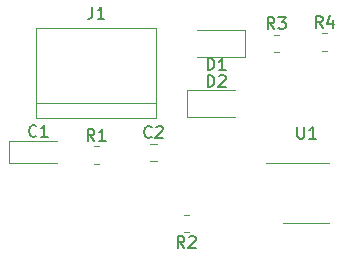
<source format=gbr>
%TF.GenerationSoftware,KiCad,Pcbnew,(6.0.10)*%
%TF.CreationDate,2023-02-17T12:11:39-08:00*%
%TF.ProjectId,exercise2,65786572-6369-4736-9532-2e6b69636164,rev?*%
%TF.SameCoordinates,Original*%
%TF.FileFunction,Legend,Top*%
%TF.FilePolarity,Positive*%
%FSLAX46Y46*%
G04 Gerber Fmt 4.6, Leading zero omitted, Abs format (unit mm)*
G04 Created by KiCad (PCBNEW (6.0.10)) date 2023-02-17 12:11:39*
%MOMM*%
%LPD*%
G01*
G04 APERTURE LIST*
%ADD10C,0.150000*%
%ADD11C,0.120000*%
G04 APERTURE END LIST*
D10*
%TO.C,R2*%
X142073333Y-108782380D02*
X141740000Y-108306190D01*
X141501904Y-108782380D02*
X141501904Y-107782380D01*
X141882857Y-107782380D01*
X141978095Y-107830000D01*
X142025714Y-107877619D01*
X142073333Y-107972857D01*
X142073333Y-108115714D01*
X142025714Y-108210952D01*
X141978095Y-108258571D01*
X141882857Y-108306190D01*
X141501904Y-108306190D01*
X142454285Y-107877619D02*
X142501904Y-107830000D01*
X142597142Y-107782380D01*
X142835238Y-107782380D01*
X142930476Y-107830000D01*
X142978095Y-107877619D01*
X143025714Y-107972857D01*
X143025714Y-108068095D01*
X142978095Y-108210952D01*
X142406666Y-108782380D01*
X143025714Y-108782380D01*
%TO.C,U1*%
X151638095Y-98512380D02*
X151638095Y-99321904D01*
X151685714Y-99417142D01*
X151733333Y-99464761D01*
X151828571Y-99512380D01*
X152019047Y-99512380D01*
X152114285Y-99464761D01*
X152161904Y-99417142D01*
X152209523Y-99321904D01*
X152209523Y-98512380D01*
X153209523Y-99512380D02*
X152638095Y-99512380D01*
X152923809Y-99512380D02*
X152923809Y-98512380D01*
X152828571Y-98655238D01*
X152733333Y-98750476D01*
X152638095Y-98798095D01*
%TO.C,D1*%
X144041904Y-93712380D02*
X144041904Y-92712380D01*
X144280000Y-92712380D01*
X144422857Y-92760000D01*
X144518095Y-92855238D01*
X144565714Y-92950476D01*
X144613333Y-93140952D01*
X144613333Y-93283809D01*
X144565714Y-93474285D01*
X144518095Y-93569523D01*
X144422857Y-93664761D01*
X144280000Y-93712380D01*
X144041904Y-93712380D01*
X145565714Y-93712380D02*
X144994285Y-93712380D01*
X145280000Y-93712380D02*
X145280000Y-92712380D01*
X145184761Y-92855238D01*
X145089523Y-92950476D01*
X144994285Y-92998095D01*
%TO.C,C1*%
X129530833Y-99277142D02*
X129483214Y-99324761D01*
X129340357Y-99372380D01*
X129245119Y-99372380D01*
X129102261Y-99324761D01*
X129007023Y-99229523D01*
X128959404Y-99134285D01*
X128911785Y-98943809D01*
X128911785Y-98800952D01*
X128959404Y-98610476D01*
X129007023Y-98515238D01*
X129102261Y-98420000D01*
X129245119Y-98372380D01*
X129340357Y-98372380D01*
X129483214Y-98420000D01*
X129530833Y-98467619D01*
X130483214Y-99372380D02*
X129911785Y-99372380D01*
X130197500Y-99372380D02*
X130197500Y-98372380D01*
X130102261Y-98515238D01*
X130007023Y-98610476D01*
X129911785Y-98658095D01*
%TO.C,R1*%
X134453333Y-99707380D02*
X134120000Y-99231190D01*
X133881904Y-99707380D02*
X133881904Y-98707380D01*
X134262857Y-98707380D01*
X134358095Y-98755000D01*
X134405714Y-98802619D01*
X134453333Y-98897857D01*
X134453333Y-99040714D01*
X134405714Y-99135952D01*
X134358095Y-99183571D01*
X134262857Y-99231190D01*
X133881904Y-99231190D01*
X135405714Y-99707380D02*
X134834285Y-99707380D01*
X135120000Y-99707380D02*
X135120000Y-98707380D01*
X135024761Y-98850238D01*
X134929523Y-98945476D01*
X134834285Y-98993095D01*
%TO.C,C2*%
X139289577Y-99357142D02*
X139241958Y-99404761D01*
X139099101Y-99452380D01*
X139003863Y-99452380D01*
X138861005Y-99404761D01*
X138765767Y-99309523D01*
X138718148Y-99214285D01*
X138670529Y-99023809D01*
X138670529Y-98880952D01*
X138718148Y-98690476D01*
X138765767Y-98595238D01*
X138861005Y-98500000D01*
X139003863Y-98452380D01*
X139099101Y-98452380D01*
X139241958Y-98500000D01*
X139289577Y-98547619D01*
X139670529Y-98547619D02*
X139718148Y-98500000D01*
X139813386Y-98452380D01*
X140051482Y-98452380D01*
X140146720Y-98500000D01*
X140194339Y-98547619D01*
X140241958Y-98642857D01*
X140241958Y-98738095D01*
X140194339Y-98880952D01*
X139622910Y-99452380D01*
X140241958Y-99452380D01*
%TO.C,R3*%
X149693333Y-90242380D02*
X149360000Y-89766190D01*
X149121904Y-90242380D02*
X149121904Y-89242380D01*
X149502857Y-89242380D01*
X149598095Y-89290000D01*
X149645714Y-89337619D01*
X149693333Y-89432857D01*
X149693333Y-89575714D01*
X149645714Y-89670952D01*
X149598095Y-89718571D01*
X149502857Y-89766190D01*
X149121904Y-89766190D01*
X150026666Y-89242380D02*
X150645714Y-89242380D01*
X150312380Y-89623333D01*
X150455238Y-89623333D01*
X150550476Y-89670952D01*
X150598095Y-89718571D01*
X150645714Y-89813809D01*
X150645714Y-90051904D01*
X150598095Y-90147142D01*
X150550476Y-90194761D01*
X150455238Y-90242380D01*
X150169523Y-90242380D01*
X150074285Y-90194761D01*
X150026666Y-90147142D01*
%TO.C,D2*%
X144041904Y-95152380D02*
X144041904Y-94152380D01*
X144280000Y-94152380D01*
X144422857Y-94200000D01*
X144518095Y-94295238D01*
X144565714Y-94390476D01*
X144613333Y-94580952D01*
X144613333Y-94723809D01*
X144565714Y-94914285D01*
X144518095Y-95009523D01*
X144422857Y-95104761D01*
X144280000Y-95152380D01*
X144041904Y-95152380D01*
X144994285Y-94247619D02*
X145041904Y-94200000D01*
X145137142Y-94152380D01*
X145375238Y-94152380D01*
X145470476Y-94200000D01*
X145518095Y-94247619D01*
X145565714Y-94342857D01*
X145565714Y-94438095D01*
X145518095Y-94580952D01*
X144946666Y-95152380D01*
X145565714Y-95152380D01*
%TO.C,R4*%
X153773333Y-90132380D02*
X153440000Y-89656190D01*
X153201904Y-90132380D02*
X153201904Y-89132380D01*
X153582857Y-89132380D01*
X153678095Y-89180000D01*
X153725714Y-89227619D01*
X153773333Y-89322857D01*
X153773333Y-89465714D01*
X153725714Y-89560952D01*
X153678095Y-89608571D01*
X153582857Y-89656190D01*
X153201904Y-89656190D01*
X154630476Y-89465714D02*
X154630476Y-90132380D01*
X154392380Y-89084761D02*
X154154285Y-89799047D01*
X154773333Y-89799047D01*
%TO.C,J1*%
X134286666Y-88352380D02*
X134286666Y-89066666D01*
X134239047Y-89209523D01*
X134143809Y-89304761D01*
X134000952Y-89352380D01*
X133905714Y-89352380D01*
X135286666Y-89352380D02*
X134715238Y-89352380D01*
X135000952Y-89352380D02*
X135000952Y-88352380D01*
X134905714Y-88495238D01*
X134810476Y-88590476D01*
X134715238Y-88638095D01*
D11*
%TO.C,R2*%
X142467064Y-105945000D02*
X142012936Y-105945000D01*
X142467064Y-107415000D02*
X142012936Y-107415000D01*
%TO.C,U1*%
X152400000Y-106700000D02*
X154350000Y-106700000D01*
X152400000Y-101580000D02*
X148950000Y-101580000D01*
X152400000Y-101580000D02*
X154350000Y-101580000D01*
X152400000Y-106700000D02*
X150450000Y-106700000D01*
%TO.C,D1*%
X143180000Y-92575000D02*
X147240000Y-92575000D01*
X147240000Y-90305000D02*
X143180000Y-90305000D01*
X147240000Y-92575000D02*
X147240000Y-90305000D01*
%TO.C,C1*%
X127212500Y-99735000D02*
X127212500Y-101605000D01*
X131297500Y-99735000D02*
X127212500Y-99735000D01*
X127212500Y-101605000D02*
X131297500Y-101605000D01*
%TO.C,R1*%
X134392936Y-101640000D02*
X134847064Y-101640000D01*
X134392936Y-100170000D02*
X134847064Y-100170000D01*
%TO.C,C2*%
X139194992Y-101415000D02*
X139717496Y-101415000D01*
X139194992Y-99945000D02*
X139717496Y-99945000D01*
%TO.C,R3*%
X149632936Y-90705000D02*
X150087064Y-90705000D01*
X149632936Y-92175000D02*
X150087064Y-92175000D01*
%TO.C,D2*%
X146380000Y-95385000D02*
X142320000Y-95385000D01*
X142320000Y-95385000D02*
X142320000Y-97655000D01*
X142320000Y-97655000D02*
X146380000Y-97655000D01*
%TO.C,R4*%
X153712936Y-90595000D02*
X154167064Y-90595000D01*
X153712936Y-92065000D02*
X154167064Y-92065000D01*
%TO.C,J1*%
X139700000Y-97790000D02*
X139700000Y-90170000D01*
X129540000Y-90170000D02*
X129540000Y-97790000D01*
X139700000Y-90170000D02*
X129540000Y-90170000D01*
X129540000Y-97790000D02*
X139700000Y-97790000D01*
X139700000Y-96520000D02*
X129540000Y-96520000D01*
%TD*%
M02*

</source>
